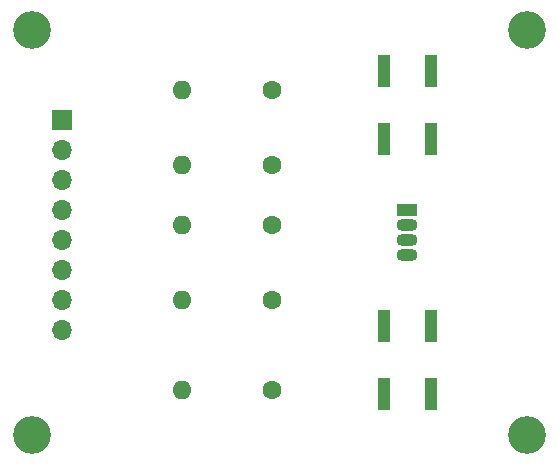
<source format=gbr>
%TF.GenerationSoftware,KiCad,Pcbnew,(5.1.10-1-10_14)*%
%TF.CreationDate,2021-11-05T22:23:08-04:00*%
%TF.ProjectId,UI Schematic,55492053-6368-4656-9d61-7469632e6b69,rev?*%
%TF.SameCoordinates,Original*%
%TF.FileFunction,Soldermask,Top*%
%TF.FilePolarity,Negative*%
%FSLAX46Y46*%
G04 Gerber Fmt 4.6, Leading zero omitted, Abs format (unit mm)*
G04 Created by KiCad (PCBNEW (5.1.10-1-10_14)) date 2021-11-05 22:23:08*
%MOMM*%
%LPD*%
G01*
G04 APERTURE LIST*
%ADD10C,1.600000*%
%ADD11O,1.600000X1.600000*%
%ADD12R,1.800000X1.070000*%
%ADD13O,1.800000X1.070000*%
%ADD14C,3.200000*%
%ADD15O,1.700000X1.700000*%
%ADD16R,1.700000X1.700000*%
%ADD17R,1.000000X2.800000*%
G04 APERTURE END LIST*
D10*
%TO.C,R3*%
X119380000Y-85090000D03*
D11*
X111760000Y-85090000D03*
%TD*%
D12*
%TO.C,D1*%
X130810000Y-83820000D03*
D13*
X130810000Y-85090000D03*
X130810000Y-86360000D03*
X130810000Y-87630000D03*
%TD*%
D14*
%TO.C,REF\u002A\u002A*%
X99060000Y-102870000D03*
%TD*%
%TO.C,REF\u002A\u002A*%
X140970000Y-102870000D03*
%TD*%
%TO.C,REF\u002A\u002A*%
X99060000Y-68580000D03*
%TD*%
%TO.C,REF\u002A\u002A*%
X140970000Y-68580000D03*
%TD*%
D15*
%TO.C,J1*%
X101600000Y-93980000D03*
X101600000Y-91440000D03*
X101600000Y-88900000D03*
X101600000Y-86360000D03*
X101600000Y-83820000D03*
X101600000Y-81280000D03*
X101600000Y-78740000D03*
D16*
X101600000Y-76200000D03*
%TD*%
D10*
%TO.C,R1*%
X119380000Y-73660000D03*
D11*
X111760000Y-73660000D03*
%TD*%
D10*
%TO.C,R2*%
X119380000Y-80010000D03*
D11*
X111760000Y-80010000D03*
%TD*%
D10*
%TO.C,R4*%
X119380000Y-91440000D03*
D11*
X111760000Y-91440000D03*
%TD*%
%TO.C,R5*%
X111760000Y-99060000D03*
D10*
X119380000Y-99060000D03*
%TD*%
D17*
%TO.C,SW1*%
X128810000Y-77830000D03*
X128810000Y-72030000D03*
X132810000Y-77830000D03*
X132810000Y-72030000D03*
%TD*%
%TO.C,SW2*%
X132810000Y-93620000D03*
X132810000Y-99420000D03*
X128810000Y-93620000D03*
X128810000Y-99420000D03*
%TD*%
M02*

</source>
